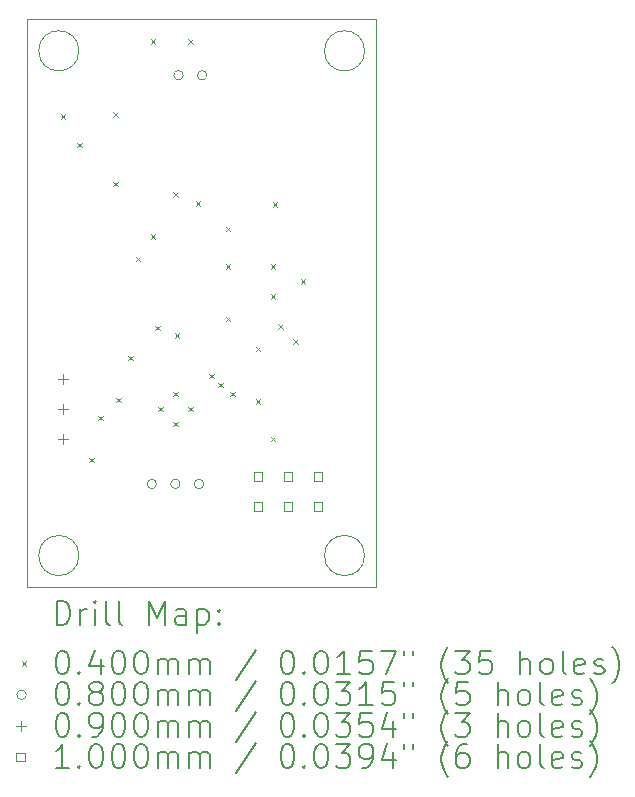
<source format=gbr>
%FSLAX45Y45*%
G04 Gerber Fmt 4.5, Leading zero omitted, Abs format (unit mm)*
G04 Created by KiCad (PCBNEW (6.0.2)) date 2022-09-22 18:34:34*
%MOMM*%
%LPD*%
G01*
G04 APERTURE LIST*
%TA.AperFunction,Profile*%
%ADD10C,0.100000*%
%TD*%
%ADD11C,0.200000*%
%ADD12C,0.040000*%
%ADD13C,0.080000*%
%ADD14C,0.090000*%
%ADD15C,0.100000*%
G04 APERTURE END LIST*
D10*
X14809800Y-12544300D02*
G75*
G03*
X14809800Y-12544300I-170000J0D01*
G01*
X12390700Y-12544300D02*
G75*
G03*
X12390700Y-12544300I-170000J0D01*
G01*
X14809800Y-8271000D02*
G75*
G03*
X14809800Y-8271000I-170000J0D01*
G01*
X11950700Y-8001000D02*
X14909800Y-8001000D01*
X14909800Y-8001000D02*
X14909800Y-12814300D01*
X14909800Y-12814300D02*
X11950700Y-12814300D01*
X11950700Y-12814300D02*
X11950700Y-8001000D01*
X12390700Y-8271000D02*
G75*
G03*
X12390700Y-8271000I-170000J0D01*
G01*
D11*
D12*
X12235500Y-8806500D02*
X12275500Y-8846500D01*
X12275500Y-8806500D02*
X12235500Y-8846500D01*
X12375200Y-9047800D02*
X12415200Y-9087800D01*
X12415200Y-9047800D02*
X12375200Y-9087800D01*
X12476800Y-11714800D02*
X12516800Y-11754800D01*
X12516800Y-11714800D02*
X12476800Y-11754800D01*
X12553000Y-11359200D02*
X12593000Y-11399200D01*
X12593000Y-11359200D02*
X12553000Y-11399200D01*
X12680000Y-8787798D02*
X12720000Y-8827798D01*
X12720000Y-8787798D02*
X12680000Y-8827798D01*
X12680000Y-9378000D02*
X12720000Y-9418000D01*
X12720000Y-9378000D02*
X12680000Y-9418000D01*
X12705400Y-11206800D02*
X12745400Y-11246800D01*
X12745400Y-11206800D02*
X12705400Y-11246800D01*
X12807000Y-10851200D02*
X12847000Y-10891200D01*
X12847000Y-10851200D02*
X12807000Y-10891200D01*
X12870500Y-10013000D02*
X12910500Y-10053000D01*
X12910500Y-10013000D02*
X12870500Y-10053000D01*
X12997500Y-8171500D02*
X13037500Y-8211500D01*
X13037500Y-8171500D02*
X12997500Y-8211500D01*
X12997500Y-9822500D02*
X13037500Y-9862500D01*
X13037500Y-9822500D02*
X12997500Y-9862500D01*
X13035600Y-10597200D02*
X13075600Y-10637200D01*
X13075600Y-10597200D02*
X13035600Y-10637200D01*
X13061000Y-11283000D02*
X13101000Y-11323000D01*
X13101000Y-11283000D02*
X13061000Y-11323000D01*
X13188000Y-11156000D02*
X13228000Y-11196000D01*
X13228000Y-11156000D02*
X13188000Y-11196000D01*
X13188000Y-11410000D02*
X13228000Y-11450000D01*
X13228000Y-11410000D02*
X13188000Y-11450000D01*
X13190651Y-9467999D02*
X13230651Y-9507999D01*
X13230651Y-9467999D02*
X13190651Y-9507999D01*
X13201652Y-10660791D02*
X13241652Y-10700791D01*
X13241652Y-10660791D02*
X13201652Y-10700791D01*
X13315000Y-8171500D02*
X13355000Y-8211500D01*
X13355000Y-8171500D02*
X13315000Y-8211500D01*
X13315000Y-11283000D02*
X13355000Y-11323000D01*
X13355000Y-11283000D02*
X13315000Y-11323000D01*
X13378846Y-9543100D02*
X13418846Y-9583100D01*
X13418846Y-9543100D02*
X13378846Y-9583100D01*
X13492800Y-11003600D02*
X13532800Y-11043600D01*
X13532800Y-11003600D02*
X13492800Y-11043600D01*
X13569000Y-11079800D02*
X13609000Y-11119800D01*
X13609000Y-11079800D02*
X13569000Y-11119800D01*
X13632500Y-10076500D02*
X13672500Y-10116500D01*
X13672500Y-10076500D02*
X13632500Y-10116500D01*
X13632500Y-10521000D02*
X13672500Y-10561000D01*
X13672500Y-10521000D02*
X13632500Y-10561000D01*
X13632548Y-9758952D02*
X13672548Y-9798952D01*
X13672548Y-9758952D02*
X13632548Y-9798952D01*
X13670600Y-11156000D02*
X13710600Y-11196000D01*
X13710600Y-11156000D02*
X13670600Y-11196000D01*
X13886500Y-10775000D02*
X13926500Y-10815000D01*
X13926500Y-10775000D02*
X13886500Y-10815000D01*
X13886500Y-11219500D02*
X13926500Y-11259500D01*
X13926500Y-11219500D02*
X13886500Y-11259500D01*
X14013500Y-10076500D02*
X14053500Y-10116500D01*
X14053500Y-10076500D02*
X14013500Y-10116500D01*
X14013500Y-10330500D02*
X14053500Y-10370500D01*
X14053500Y-10330500D02*
X14013500Y-10370500D01*
X14013500Y-11537000D02*
X14053500Y-11577000D01*
X14053500Y-11537000D02*
X14013500Y-11577000D01*
X14031875Y-9550125D02*
X14071875Y-9590125D01*
X14071875Y-9550125D02*
X14031875Y-9590125D01*
X14077000Y-10584500D02*
X14117000Y-10624500D01*
X14117000Y-10584500D02*
X14077000Y-10624500D01*
X14204000Y-10711500D02*
X14244000Y-10751500D01*
X14244000Y-10711500D02*
X14204000Y-10751500D01*
X14267500Y-10203500D02*
X14307500Y-10243500D01*
X14307500Y-10203500D02*
X14267500Y-10243500D01*
D13*
X13048000Y-11938000D02*
G75*
G03*
X13048000Y-11938000I-40000J0D01*
G01*
X13248000Y-11938000D02*
G75*
G03*
X13248000Y-11938000I-40000J0D01*
G01*
X13275000Y-8478250D02*
G75*
G03*
X13275000Y-8478250I-40000J0D01*
G01*
X13448000Y-11938000D02*
G75*
G03*
X13448000Y-11938000I-40000J0D01*
G01*
X13475000Y-8478250D02*
G75*
G03*
X13475000Y-8478250I-40000J0D01*
G01*
D14*
X12255500Y-11004000D02*
X12255500Y-11094000D01*
X12210500Y-11049000D02*
X12300500Y-11049000D01*
X12255500Y-11258000D02*
X12255500Y-11348000D01*
X12210500Y-11303000D02*
X12300500Y-11303000D01*
X12255500Y-11512000D02*
X12255500Y-11602000D01*
X12210500Y-11557000D02*
X12300500Y-11557000D01*
D15*
X13940356Y-11909356D02*
X13940356Y-11838644D01*
X13869644Y-11838644D01*
X13869644Y-11909356D01*
X13940356Y-11909356D01*
X13940356Y-12163356D02*
X13940356Y-12092644D01*
X13869644Y-12092644D01*
X13869644Y-12163356D01*
X13940356Y-12163356D01*
X14194356Y-11909356D02*
X14194356Y-11838644D01*
X14123644Y-11838644D01*
X14123644Y-11909356D01*
X14194356Y-11909356D01*
X14194356Y-12163356D02*
X14194356Y-12092644D01*
X14123644Y-12092644D01*
X14123644Y-12163356D01*
X14194356Y-12163356D01*
X14448356Y-11909356D02*
X14448356Y-11838644D01*
X14377644Y-11838644D01*
X14377644Y-11909356D01*
X14448356Y-11909356D01*
X14448356Y-12163356D02*
X14448356Y-12092644D01*
X14377644Y-12092644D01*
X14377644Y-12163356D01*
X14448356Y-12163356D01*
D11*
X12203319Y-13129776D02*
X12203319Y-12929776D01*
X12250938Y-12929776D01*
X12279509Y-12939300D01*
X12298557Y-12958348D01*
X12308081Y-12977395D01*
X12317605Y-13015490D01*
X12317605Y-13044062D01*
X12308081Y-13082157D01*
X12298557Y-13101205D01*
X12279509Y-13120252D01*
X12250938Y-13129776D01*
X12203319Y-13129776D01*
X12403319Y-13129776D02*
X12403319Y-12996443D01*
X12403319Y-13034538D02*
X12412843Y-13015490D01*
X12422367Y-13005967D01*
X12441414Y-12996443D01*
X12460462Y-12996443D01*
X12527128Y-13129776D02*
X12527128Y-12996443D01*
X12527128Y-12929776D02*
X12517605Y-12939300D01*
X12527128Y-12948824D01*
X12536652Y-12939300D01*
X12527128Y-12929776D01*
X12527128Y-12948824D01*
X12650938Y-13129776D02*
X12631890Y-13120252D01*
X12622367Y-13101205D01*
X12622367Y-12929776D01*
X12755700Y-13129776D02*
X12736652Y-13120252D01*
X12727128Y-13101205D01*
X12727128Y-12929776D01*
X12984271Y-13129776D02*
X12984271Y-12929776D01*
X13050938Y-13072633D01*
X13117605Y-12929776D01*
X13117605Y-13129776D01*
X13298557Y-13129776D02*
X13298557Y-13025014D01*
X13289033Y-13005967D01*
X13269986Y-12996443D01*
X13231890Y-12996443D01*
X13212843Y-13005967D01*
X13298557Y-13120252D02*
X13279509Y-13129776D01*
X13231890Y-13129776D01*
X13212843Y-13120252D01*
X13203319Y-13101205D01*
X13203319Y-13082157D01*
X13212843Y-13063109D01*
X13231890Y-13053586D01*
X13279509Y-13053586D01*
X13298557Y-13044062D01*
X13393795Y-12996443D02*
X13393795Y-13196443D01*
X13393795Y-13005967D02*
X13412843Y-12996443D01*
X13450938Y-12996443D01*
X13469986Y-13005967D01*
X13479509Y-13015490D01*
X13489033Y-13034538D01*
X13489033Y-13091681D01*
X13479509Y-13110728D01*
X13469986Y-13120252D01*
X13450938Y-13129776D01*
X13412843Y-13129776D01*
X13393795Y-13120252D01*
X13574748Y-13110728D02*
X13584271Y-13120252D01*
X13574748Y-13129776D01*
X13565224Y-13120252D01*
X13574748Y-13110728D01*
X13574748Y-13129776D01*
X13574748Y-13005967D02*
X13584271Y-13015490D01*
X13574748Y-13025014D01*
X13565224Y-13015490D01*
X13574748Y-13005967D01*
X13574748Y-13025014D01*
D12*
X11905700Y-13439300D02*
X11945700Y-13479300D01*
X11945700Y-13439300D02*
X11905700Y-13479300D01*
D11*
X12241414Y-13349776D02*
X12260462Y-13349776D01*
X12279509Y-13359300D01*
X12289033Y-13368824D01*
X12298557Y-13387871D01*
X12308081Y-13425967D01*
X12308081Y-13473586D01*
X12298557Y-13511681D01*
X12289033Y-13530728D01*
X12279509Y-13540252D01*
X12260462Y-13549776D01*
X12241414Y-13549776D01*
X12222367Y-13540252D01*
X12212843Y-13530728D01*
X12203319Y-13511681D01*
X12193795Y-13473586D01*
X12193795Y-13425967D01*
X12203319Y-13387871D01*
X12212843Y-13368824D01*
X12222367Y-13359300D01*
X12241414Y-13349776D01*
X12393795Y-13530728D02*
X12403319Y-13540252D01*
X12393795Y-13549776D01*
X12384271Y-13540252D01*
X12393795Y-13530728D01*
X12393795Y-13549776D01*
X12574748Y-13416443D02*
X12574748Y-13549776D01*
X12527128Y-13340252D02*
X12479509Y-13483109D01*
X12603319Y-13483109D01*
X12717605Y-13349776D02*
X12736652Y-13349776D01*
X12755700Y-13359300D01*
X12765224Y-13368824D01*
X12774748Y-13387871D01*
X12784271Y-13425967D01*
X12784271Y-13473586D01*
X12774748Y-13511681D01*
X12765224Y-13530728D01*
X12755700Y-13540252D01*
X12736652Y-13549776D01*
X12717605Y-13549776D01*
X12698557Y-13540252D01*
X12689033Y-13530728D01*
X12679509Y-13511681D01*
X12669986Y-13473586D01*
X12669986Y-13425967D01*
X12679509Y-13387871D01*
X12689033Y-13368824D01*
X12698557Y-13359300D01*
X12717605Y-13349776D01*
X12908081Y-13349776D02*
X12927128Y-13349776D01*
X12946176Y-13359300D01*
X12955700Y-13368824D01*
X12965224Y-13387871D01*
X12974748Y-13425967D01*
X12974748Y-13473586D01*
X12965224Y-13511681D01*
X12955700Y-13530728D01*
X12946176Y-13540252D01*
X12927128Y-13549776D01*
X12908081Y-13549776D01*
X12889033Y-13540252D01*
X12879509Y-13530728D01*
X12869986Y-13511681D01*
X12860462Y-13473586D01*
X12860462Y-13425967D01*
X12869986Y-13387871D01*
X12879509Y-13368824D01*
X12889033Y-13359300D01*
X12908081Y-13349776D01*
X13060462Y-13549776D02*
X13060462Y-13416443D01*
X13060462Y-13435490D02*
X13069986Y-13425967D01*
X13089033Y-13416443D01*
X13117605Y-13416443D01*
X13136652Y-13425967D01*
X13146176Y-13445014D01*
X13146176Y-13549776D01*
X13146176Y-13445014D02*
X13155700Y-13425967D01*
X13174748Y-13416443D01*
X13203319Y-13416443D01*
X13222367Y-13425967D01*
X13231890Y-13445014D01*
X13231890Y-13549776D01*
X13327128Y-13549776D02*
X13327128Y-13416443D01*
X13327128Y-13435490D02*
X13336652Y-13425967D01*
X13355700Y-13416443D01*
X13384271Y-13416443D01*
X13403319Y-13425967D01*
X13412843Y-13445014D01*
X13412843Y-13549776D01*
X13412843Y-13445014D02*
X13422367Y-13425967D01*
X13441414Y-13416443D01*
X13469986Y-13416443D01*
X13489033Y-13425967D01*
X13498557Y-13445014D01*
X13498557Y-13549776D01*
X13889033Y-13340252D02*
X13717605Y-13597395D01*
X14146176Y-13349776D02*
X14165224Y-13349776D01*
X14184271Y-13359300D01*
X14193795Y-13368824D01*
X14203319Y-13387871D01*
X14212843Y-13425967D01*
X14212843Y-13473586D01*
X14203319Y-13511681D01*
X14193795Y-13530728D01*
X14184271Y-13540252D01*
X14165224Y-13549776D01*
X14146176Y-13549776D01*
X14127128Y-13540252D01*
X14117605Y-13530728D01*
X14108081Y-13511681D01*
X14098557Y-13473586D01*
X14098557Y-13425967D01*
X14108081Y-13387871D01*
X14117605Y-13368824D01*
X14127128Y-13359300D01*
X14146176Y-13349776D01*
X14298557Y-13530728D02*
X14308081Y-13540252D01*
X14298557Y-13549776D01*
X14289033Y-13540252D01*
X14298557Y-13530728D01*
X14298557Y-13549776D01*
X14431890Y-13349776D02*
X14450938Y-13349776D01*
X14469986Y-13359300D01*
X14479509Y-13368824D01*
X14489033Y-13387871D01*
X14498557Y-13425967D01*
X14498557Y-13473586D01*
X14489033Y-13511681D01*
X14479509Y-13530728D01*
X14469986Y-13540252D01*
X14450938Y-13549776D01*
X14431890Y-13549776D01*
X14412843Y-13540252D01*
X14403319Y-13530728D01*
X14393795Y-13511681D01*
X14384271Y-13473586D01*
X14384271Y-13425967D01*
X14393795Y-13387871D01*
X14403319Y-13368824D01*
X14412843Y-13359300D01*
X14431890Y-13349776D01*
X14689033Y-13549776D02*
X14574748Y-13549776D01*
X14631890Y-13549776D02*
X14631890Y-13349776D01*
X14612843Y-13378348D01*
X14593795Y-13397395D01*
X14574748Y-13406919D01*
X14869986Y-13349776D02*
X14774748Y-13349776D01*
X14765224Y-13445014D01*
X14774748Y-13435490D01*
X14793795Y-13425967D01*
X14841414Y-13425967D01*
X14860462Y-13435490D01*
X14869986Y-13445014D01*
X14879509Y-13464062D01*
X14879509Y-13511681D01*
X14869986Y-13530728D01*
X14860462Y-13540252D01*
X14841414Y-13549776D01*
X14793795Y-13549776D01*
X14774748Y-13540252D01*
X14765224Y-13530728D01*
X14946176Y-13349776D02*
X15079509Y-13349776D01*
X14993795Y-13549776D01*
X15146176Y-13349776D02*
X15146176Y-13387871D01*
X15222367Y-13349776D02*
X15222367Y-13387871D01*
X15517605Y-13625967D02*
X15508081Y-13616443D01*
X15489033Y-13587871D01*
X15479509Y-13568824D01*
X15469986Y-13540252D01*
X15460462Y-13492633D01*
X15460462Y-13454538D01*
X15469986Y-13406919D01*
X15479509Y-13378348D01*
X15489033Y-13359300D01*
X15508081Y-13330728D01*
X15517605Y-13321205D01*
X15574748Y-13349776D02*
X15698557Y-13349776D01*
X15631890Y-13425967D01*
X15660462Y-13425967D01*
X15679509Y-13435490D01*
X15689033Y-13445014D01*
X15698557Y-13464062D01*
X15698557Y-13511681D01*
X15689033Y-13530728D01*
X15679509Y-13540252D01*
X15660462Y-13549776D01*
X15603319Y-13549776D01*
X15584271Y-13540252D01*
X15574748Y-13530728D01*
X15879509Y-13349776D02*
X15784271Y-13349776D01*
X15774748Y-13445014D01*
X15784271Y-13435490D01*
X15803319Y-13425967D01*
X15850938Y-13425967D01*
X15869986Y-13435490D01*
X15879509Y-13445014D01*
X15889033Y-13464062D01*
X15889033Y-13511681D01*
X15879509Y-13530728D01*
X15869986Y-13540252D01*
X15850938Y-13549776D01*
X15803319Y-13549776D01*
X15784271Y-13540252D01*
X15774748Y-13530728D01*
X16127128Y-13549776D02*
X16127128Y-13349776D01*
X16212843Y-13549776D02*
X16212843Y-13445014D01*
X16203319Y-13425967D01*
X16184271Y-13416443D01*
X16155700Y-13416443D01*
X16136652Y-13425967D01*
X16127128Y-13435490D01*
X16336652Y-13549776D02*
X16317605Y-13540252D01*
X16308081Y-13530728D01*
X16298557Y-13511681D01*
X16298557Y-13454538D01*
X16308081Y-13435490D01*
X16317605Y-13425967D01*
X16336652Y-13416443D01*
X16365224Y-13416443D01*
X16384271Y-13425967D01*
X16393795Y-13435490D01*
X16403319Y-13454538D01*
X16403319Y-13511681D01*
X16393795Y-13530728D01*
X16384271Y-13540252D01*
X16365224Y-13549776D01*
X16336652Y-13549776D01*
X16517605Y-13549776D02*
X16498557Y-13540252D01*
X16489033Y-13521205D01*
X16489033Y-13349776D01*
X16669986Y-13540252D02*
X16650938Y-13549776D01*
X16612843Y-13549776D01*
X16593795Y-13540252D01*
X16584271Y-13521205D01*
X16584271Y-13445014D01*
X16593795Y-13425967D01*
X16612843Y-13416443D01*
X16650938Y-13416443D01*
X16669986Y-13425967D01*
X16679509Y-13445014D01*
X16679509Y-13464062D01*
X16584271Y-13483109D01*
X16755700Y-13540252D02*
X16774748Y-13549776D01*
X16812843Y-13549776D01*
X16831890Y-13540252D01*
X16841414Y-13521205D01*
X16841414Y-13511681D01*
X16831890Y-13492633D01*
X16812843Y-13483109D01*
X16784271Y-13483109D01*
X16765224Y-13473586D01*
X16755700Y-13454538D01*
X16755700Y-13445014D01*
X16765224Y-13425967D01*
X16784271Y-13416443D01*
X16812843Y-13416443D01*
X16831890Y-13425967D01*
X16908081Y-13625967D02*
X16917605Y-13616443D01*
X16936652Y-13587871D01*
X16946176Y-13568824D01*
X16955700Y-13540252D01*
X16965224Y-13492633D01*
X16965224Y-13454538D01*
X16955700Y-13406919D01*
X16946176Y-13378348D01*
X16936652Y-13359300D01*
X16917605Y-13330728D01*
X16908081Y-13321205D01*
D13*
X11945700Y-13723300D02*
G75*
G03*
X11945700Y-13723300I-40000J0D01*
G01*
D11*
X12241414Y-13613776D02*
X12260462Y-13613776D01*
X12279509Y-13623300D01*
X12289033Y-13632824D01*
X12298557Y-13651871D01*
X12308081Y-13689967D01*
X12308081Y-13737586D01*
X12298557Y-13775681D01*
X12289033Y-13794728D01*
X12279509Y-13804252D01*
X12260462Y-13813776D01*
X12241414Y-13813776D01*
X12222367Y-13804252D01*
X12212843Y-13794728D01*
X12203319Y-13775681D01*
X12193795Y-13737586D01*
X12193795Y-13689967D01*
X12203319Y-13651871D01*
X12212843Y-13632824D01*
X12222367Y-13623300D01*
X12241414Y-13613776D01*
X12393795Y-13794728D02*
X12403319Y-13804252D01*
X12393795Y-13813776D01*
X12384271Y-13804252D01*
X12393795Y-13794728D01*
X12393795Y-13813776D01*
X12517605Y-13699490D02*
X12498557Y-13689967D01*
X12489033Y-13680443D01*
X12479509Y-13661395D01*
X12479509Y-13651871D01*
X12489033Y-13632824D01*
X12498557Y-13623300D01*
X12517605Y-13613776D01*
X12555700Y-13613776D01*
X12574748Y-13623300D01*
X12584271Y-13632824D01*
X12593795Y-13651871D01*
X12593795Y-13661395D01*
X12584271Y-13680443D01*
X12574748Y-13689967D01*
X12555700Y-13699490D01*
X12517605Y-13699490D01*
X12498557Y-13709014D01*
X12489033Y-13718538D01*
X12479509Y-13737586D01*
X12479509Y-13775681D01*
X12489033Y-13794728D01*
X12498557Y-13804252D01*
X12517605Y-13813776D01*
X12555700Y-13813776D01*
X12574748Y-13804252D01*
X12584271Y-13794728D01*
X12593795Y-13775681D01*
X12593795Y-13737586D01*
X12584271Y-13718538D01*
X12574748Y-13709014D01*
X12555700Y-13699490D01*
X12717605Y-13613776D02*
X12736652Y-13613776D01*
X12755700Y-13623300D01*
X12765224Y-13632824D01*
X12774748Y-13651871D01*
X12784271Y-13689967D01*
X12784271Y-13737586D01*
X12774748Y-13775681D01*
X12765224Y-13794728D01*
X12755700Y-13804252D01*
X12736652Y-13813776D01*
X12717605Y-13813776D01*
X12698557Y-13804252D01*
X12689033Y-13794728D01*
X12679509Y-13775681D01*
X12669986Y-13737586D01*
X12669986Y-13689967D01*
X12679509Y-13651871D01*
X12689033Y-13632824D01*
X12698557Y-13623300D01*
X12717605Y-13613776D01*
X12908081Y-13613776D02*
X12927128Y-13613776D01*
X12946176Y-13623300D01*
X12955700Y-13632824D01*
X12965224Y-13651871D01*
X12974748Y-13689967D01*
X12974748Y-13737586D01*
X12965224Y-13775681D01*
X12955700Y-13794728D01*
X12946176Y-13804252D01*
X12927128Y-13813776D01*
X12908081Y-13813776D01*
X12889033Y-13804252D01*
X12879509Y-13794728D01*
X12869986Y-13775681D01*
X12860462Y-13737586D01*
X12860462Y-13689967D01*
X12869986Y-13651871D01*
X12879509Y-13632824D01*
X12889033Y-13623300D01*
X12908081Y-13613776D01*
X13060462Y-13813776D02*
X13060462Y-13680443D01*
X13060462Y-13699490D02*
X13069986Y-13689967D01*
X13089033Y-13680443D01*
X13117605Y-13680443D01*
X13136652Y-13689967D01*
X13146176Y-13709014D01*
X13146176Y-13813776D01*
X13146176Y-13709014D02*
X13155700Y-13689967D01*
X13174748Y-13680443D01*
X13203319Y-13680443D01*
X13222367Y-13689967D01*
X13231890Y-13709014D01*
X13231890Y-13813776D01*
X13327128Y-13813776D02*
X13327128Y-13680443D01*
X13327128Y-13699490D02*
X13336652Y-13689967D01*
X13355700Y-13680443D01*
X13384271Y-13680443D01*
X13403319Y-13689967D01*
X13412843Y-13709014D01*
X13412843Y-13813776D01*
X13412843Y-13709014D02*
X13422367Y-13689967D01*
X13441414Y-13680443D01*
X13469986Y-13680443D01*
X13489033Y-13689967D01*
X13498557Y-13709014D01*
X13498557Y-13813776D01*
X13889033Y-13604252D02*
X13717605Y-13861395D01*
X14146176Y-13613776D02*
X14165224Y-13613776D01*
X14184271Y-13623300D01*
X14193795Y-13632824D01*
X14203319Y-13651871D01*
X14212843Y-13689967D01*
X14212843Y-13737586D01*
X14203319Y-13775681D01*
X14193795Y-13794728D01*
X14184271Y-13804252D01*
X14165224Y-13813776D01*
X14146176Y-13813776D01*
X14127128Y-13804252D01*
X14117605Y-13794728D01*
X14108081Y-13775681D01*
X14098557Y-13737586D01*
X14098557Y-13689967D01*
X14108081Y-13651871D01*
X14117605Y-13632824D01*
X14127128Y-13623300D01*
X14146176Y-13613776D01*
X14298557Y-13794728D02*
X14308081Y-13804252D01*
X14298557Y-13813776D01*
X14289033Y-13804252D01*
X14298557Y-13794728D01*
X14298557Y-13813776D01*
X14431890Y-13613776D02*
X14450938Y-13613776D01*
X14469986Y-13623300D01*
X14479509Y-13632824D01*
X14489033Y-13651871D01*
X14498557Y-13689967D01*
X14498557Y-13737586D01*
X14489033Y-13775681D01*
X14479509Y-13794728D01*
X14469986Y-13804252D01*
X14450938Y-13813776D01*
X14431890Y-13813776D01*
X14412843Y-13804252D01*
X14403319Y-13794728D01*
X14393795Y-13775681D01*
X14384271Y-13737586D01*
X14384271Y-13689967D01*
X14393795Y-13651871D01*
X14403319Y-13632824D01*
X14412843Y-13623300D01*
X14431890Y-13613776D01*
X14565224Y-13613776D02*
X14689033Y-13613776D01*
X14622367Y-13689967D01*
X14650938Y-13689967D01*
X14669986Y-13699490D01*
X14679509Y-13709014D01*
X14689033Y-13728062D01*
X14689033Y-13775681D01*
X14679509Y-13794728D01*
X14669986Y-13804252D01*
X14650938Y-13813776D01*
X14593795Y-13813776D01*
X14574748Y-13804252D01*
X14565224Y-13794728D01*
X14879509Y-13813776D02*
X14765224Y-13813776D01*
X14822367Y-13813776D02*
X14822367Y-13613776D01*
X14803319Y-13642348D01*
X14784271Y-13661395D01*
X14765224Y-13670919D01*
X15060462Y-13613776D02*
X14965224Y-13613776D01*
X14955700Y-13709014D01*
X14965224Y-13699490D01*
X14984271Y-13689967D01*
X15031890Y-13689967D01*
X15050938Y-13699490D01*
X15060462Y-13709014D01*
X15069986Y-13728062D01*
X15069986Y-13775681D01*
X15060462Y-13794728D01*
X15050938Y-13804252D01*
X15031890Y-13813776D01*
X14984271Y-13813776D01*
X14965224Y-13804252D01*
X14955700Y-13794728D01*
X15146176Y-13613776D02*
X15146176Y-13651871D01*
X15222367Y-13613776D02*
X15222367Y-13651871D01*
X15517605Y-13889967D02*
X15508081Y-13880443D01*
X15489033Y-13851871D01*
X15479509Y-13832824D01*
X15469986Y-13804252D01*
X15460462Y-13756633D01*
X15460462Y-13718538D01*
X15469986Y-13670919D01*
X15479509Y-13642348D01*
X15489033Y-13623300D01*
X15508081Y-13594728D01*
X15517605Y-13585205D01*
X15689033Y-13613776D02*
X15593795Y-13613776D01*
X15584271Y-13709014D01*
X15593795Y-13699490D01*
X15612843Y-13689967D01*
X15660462Y-13689967D01*
X15679509Y-13699490D01*
X15689033Y-13709014D01*
X15698557Y-13728062D01*
X15698557Y-13775681D01*
X15689033Y-13794728D01*
X15679509Y-13804252D01*
X15660462Y-13813776D01*
X15612843Y-13813776D01*
X15593795Y-13804252D01*
X15584271Y-13794728D01*
X15936652Y-13813776D02*
X15936652Y-13613776D01*
X16022367Y-13813776D02*
X16022367Y-13709014D01*
X16012843Y-13689967D01*
X15993795Y-13680443D01*
X15965224Y-13680443D01*
X15946176Y-13689967D01*
X15936652Y-13699490D01*
X16146176Y-13813776D02*
X16127128Y-13804252D01*
X16117605Y-13794728D01*
X16108081Y-13775681D01*
X16108081Y-13718538D01*
X16117605Y-13699490D01*
X16127128Y-13689967D01*
X16146176Y-13680443D01*
X16174748Y-13680443D01*
X16193795Y-13689967D01*
X16203319Y-13699490D01*
X16212843Y-13718538D01*
X16212843Y-13775681D01*
X16203319Y-13794728D01*
X16193795Y-13804252D01*
X16174748Y-13813776D01*
X16146176Y-13813776D01*
X16327128Y-13813776D02*
X16308081Y-13804252D01*
X16298557Y-13785205D01*
X16298557Y-13613776D01*
X16479509Y-13804252D02*
X16460462Y-13813776D01*
X16422367Y-13813776D01*
X16403319Y-13804252D01*
X16393795Y-13785205D01*
X16393795Y-13709014D01*
X16403319Y-13689967D01*
X16422367Y-13680443D01*
X16460462Y-13680443D01*
X16479509Y-13689967D01*
X16489033Y-13709014D01*
X16489033Y-13728062D01*
X16393795Y-13747109D01*
X16565224Y-13804252D02*
X16584271Y-13813776D01*
X16622367Y-13813776D01*
X16641414Y-13804252D01*
X16650938Y-13785205D01*
X16650938Y-13775681D01*
X16641414Y-13756633D01*
X16622367Y-13747109D01*
X16593795Y-13747109D01*
X16574748Y-13737586D01*
X16565224Y-13718538D01*
X16565224Y-13709014D01*
X16574748Y-13689967D01*
X16593795Y-13680443D01*
X16622367Y-13680443D01*
X16641414Y-13689967D01*
X16717605Y-13889967D02*
X16727128Y-13880443D01*
X16746176Y-13851871D01*
X16755700Y-13832824D01*
X16765224Y-13804252D01*
X16774748Y-13756633D01*
X16774748Y-13718538D01*
X16765224Y-13670919D01*
X16755700Y-13642348D01*
X16746176Y-13623300D01*
X16727128Y-13594728D01*
X16717605Y-13585205D01*
D14*
X11900700Y-13942300D02*
X11900700Y-14032300D01*
X11855700Y-13987300D02*
X11945700Y-13987300D01*
D11*
X12241414Y-13877776D02*
X12260462Y-13877776D01*
X12279509Y-13887300D01*
X12289033Y-13896824D01*
X12298557Y-13915871D01*
X12308081Y-13953967D01*
X12308081Y-14001586D01*
X12298557Y-14039681D01*
X12289033Y-14058728D01*
X12279509Y-14068252D01*
X12260462Y-14077776D01*
X12241414Y-14077776D01*
X12222367Y-14068252D01*
X12212843Y-14058728D01*
X12203319Y-14039681D01*
X12193795Y-14001586D01*
X12193795Y-13953967D01*
X12203319Y-13915871D01*
X12212843Y-13896824D01*
X12222367Y-13887300D01*
X12241414Y-13877776D01*
X12393795Y-14058728D02*
X12403319Y-14068252D01*
X12393795Y-14077776D01*
X12384271Y-14068252D01*
X12393795Y-14058728D01*
X12393795Y-14077776D01*
X12498557Y-14077776D02*
X12536652Y-14077776D01*
X12555700Y-14068252D01*
X12565224Y-14058728D01*
X12584271Y-14030157D01*
X12593795Y-13992062D01*
X12593795Y-13915871D01*
X12584271Y-13896824D01*
X12574748Y-13887300D01*
X12555700Y-13877776D01*
X12517605Y-13877776D01*
X12498557Y-13887300D01*
X12489033Y-13896824D01*
X12479509Y-13915871D01*
X12479509Y-13963490D01*
X12489033Y-13982538D01*
X12498557Y-13992062D01*
X12517605Y-14001586D01*
X12555700Y-14001586D01*
X12574748Y-13992062D01*
X12584271Y-13982538D01*
X12593795Y-13963490D01*
X12717605Y-13877776D02*
X12736652Y-13877776D01*
X12755700Y-13887300D01*
X12765224Y-13896824D01*
X12774748Y-13915871D01*
X12784271Y-13953967D01*
X12784271Y-14001586D01*
X12774748Y-14039681D01*
X12765224Y-14058728D01*
X12755700Y-14068252D01*
X12736652Y-14077776D01*
X12717605Y-14077776D01*
X12698557Y-14068252D01*
X12689033Y-14058728D01*
X12679509Y-14039681D01*
X12669986Y-14001586D01*
X12669986Y-13953967D01*
X12679509Y-13915871D01*
X12689033Y-13896824D01*
X12698557Y-13887300D01*
X12717605Y-13877776D01*
X12908081Y-13877776D02*
X12927128Y-13877776D01*
X12946176Y-13887300D01*
X12955700Y-13896824D01*
X12965224Y-13915871D01*
X12974748Y-13953967D01*
X12974748Y-14001586D01*
X12965224Y-14039681D01*
X12955700Y-14058728D01*
X12946176Y-14068252D01*
X12927128Y-14077776D01*
X12908081Y-14077776D01*
X12889033Y-14068252D01*
X12879509Y-14058728D01*
X12869986Y-14039681D01*
X12860462Y-14001586D01*
X12860462Y-13953967D01*
X12869986Y-13915871D01*
X12879509Y-13896824D01*
X12889033Y-13887300D01*
X12908081Y-13877776D01*
X13060462Y-14077776D02*
X13060462Y-13944443D01*
X13060462Y-13963490D02*
X13069986Y-13953967D01*
X13089033Y-13944443D01*
X13117605Y-13944443D01*
X13136652Y-13953967D01*
X13146176Y-13973014D01*
X13146176Y-14077776D01*
X13146176Y-13973014D02*
X13155700Y-13953967D01*
X13174748Y-13944443D01*
X13203319Y-13944443D01*
X13222367Y-13953967D01*
X13231890Y-13973014D01*
X13231890Y-14077776D01*
X13327128Y-14077776D02*
X13327128Y-13944443D01*
X13327128Y-13963490D02*
X13336652Y-13953967D01*
X13355700Y-13944443D01*
X13384271Y-13944443D01*
X13403319Y-13953967D01*
X13412843Y-13973014D01*
X13412843Y-14077776D01*
X13412843Y-13973014D02*
X13422367Y-13953967D01*
X13441414Y-13944443D01*
X13469986Y-13944443D01*
X13489033Y-13953967D01*
X13498557Y-13973014D01*
X13498557Y-14077776D01*
X13889033Y-13868252D02*
X13717605Y-14125395D01*
X14146176Y-13877776D02*
X14165224Y-13877776D01*
X14184271Y-13887300D01*
X14193795Y-13896824D01*
X14203319Y-13915871D01*
X14212843Y-13953967D01*
X14212843Y-14001586D01*
X14203319Y-14039681D01*
X14193795Y-14058728D01*
X14184271Y-14068252D01*
X14165224Y-14077776D01*
X14146176Y-14077776D01*
X14127128Y-14068252D01*
X14117605Y-14058728D01*
X14108081Y-14039681D01*
X14098557Y-14001586D01*
X14098557Y-13953967D01*
X14108081Y-13915871D01*
X14117605Y-13896824D01*
X14127128Y-13887300D01*
X14146176Y-13877776D01*
X14298557Y-14058728D02*
X14308081Y-14068252D01*
X14298557Y-14077776D01*
X14289033Y-14068252D01*
X14298557Y-14058728D01*
X14298557Y-14077776D01*
X14431890Y-13877776D02*
X14450938Y-13877776D01*
X14469986Y-13887300D01*
X14479509Y-13896824D01*
X14489033Y-13915871D01*
X14498557Y-13953967D01*
X14498557Y-14001586D01*
X14489033Y-14039681D01*
X14479509Y-14058728D01*
X14469986Y-14068252D01*
X14450938Y-14077776D01*
X14431890Y-14077776D01*
X14412843Y-14068252D01*
X14403319Y-14058728D01*
X14393795Y-14039681D01*
X14384271Y-14001586D01*
X14384271Y-13953967D01*
X14393795Y-13915871D01*
X14403319Y-13896824D01*
X14412843Y-13887300D01*
X14431890Y-13877776D01*
X14565224Y-13877776D02*
X14689033Y-13877776D01*
X14622367Y-13953967D01*
X14650938Y-13953967D01*
X14669986Y-13963490D01*
X14679509Y-13973014D01*
X14689033Y-13992062D01*
X14689033Y-14039681D01*
X14679509Y-14058728D01*
X14669986Y-14068252D01*
X14650938Y-14077776D01*
X14593795Y-14077776D01*
X14574748Y-14068252D01*
X14565224Y-14058728D01*
X14869986Y-13877776D02*
X14774748Y-13877776D01*
X14765224Y-13973014D01*
X14774748Y-13963490D01*
X14793795Y-13953967D01*
X14841414Y-13953967D01*
X14860462Y-13963490D01*
X14869986Y-13973014D01*
X14879509Y-13992062D01*
X14879509Y-14039681D01*
X14869986Y-14058728D01*
X14860462Y-14068252D01*
X14841414Y-14077776D01*
X14793795Y-14077776D01*
X14774748Y-14068252D01*
X14765224Y-14058728D01*
X15050938Y-13944443D02*
X15050938Y-14077776D01*
X15003319Y-13868252D02*
X14955700Y-14011109D01*
X15079509Y-14011109D01*
X15146176Y-13877776D02*
X15146176Y-13915871D01*
X15222367Y-13877776D02*
X15222367Y-13915871D01*
X15517605Y-14153967D02*
X15508081Y-14144443D01*
X15489033Y-14115871D01*
X15479509Y-14096824D01*
X15469986Y-14068252D01*
X15460462Y-14020633D01*
X15460462Y-13982538D01*
X15469986Y-13934919D01*
X15479509Y-13906348D01*
X15489033Y-13887300D01*
X15508081Y-13858728D01*
X15517605Y-13849205D01*
X15574748Y-13877776D02*
X15698557Y-13877776D01*
X15631890Y-13953967D01*
X15660462Y-13953967D01*
X15679509Y-13963490D01*
X15689033Y-13973014D01*
X15698557Y-13992062D01*
X15698557Y-14039681D01*
X15689033Y-14058728D01*
X15679509Y-14068252D01*
X15660462Y-14077776D01*
X15603319Y-14077776D01*
X15584271Y-14068252D01*
X15574748Y-14058728D01*
X15936652Y-14077776D02*
X15936652Y-13877776D01*
X16022367Y-14077776D02*
X16022367Y-13973014D01*
X16012843Y-13953967D01*
X15993795Y-13944443D01*
X15965224Y-13944443D01*
X15946176Y-13953967D01*
X15936652Y-13963490D01*
X16146176Y-14077776D02*
X16127128Y-14068252D01*
X16117605Y-14058728D01*
X16108081Y-14039681D01*
X16108081Y-13982538D01*
X16117605Y-13963490D01*
X16127128Y-13953967D01*
X16146176Y-13944443D01*
X16174748Y-13944443D01*
X16193795Y-13953967D01*
X16203319Y-13963490D01*
X16212843Y-13982538D01*
X16212843Y-14039681D01*
X16203319Y-14058728D01*
X16193795Y-14068252D01*
X16174748Y-14077776D01*
X16146176Y-14077776D01*
X16327128Y-14077776D02*
X16308081Y-14068252D01*
X16298557Y-14049205D01*
X16298557Y-13877776D01*
X16479509Y-14068252D02*
X16460462Y-14077776D01*
X16422367Y-14077776D01*
X16403319Y-14068252D01*
X16393795Y-14049205D01*
X16393795Y-13973014D01*
X16403319Y-13953967D01*
X16422367Y-13944443D01*
X16460462Y-13944443D01*
X16479509Y-13953967D01*
X16489033Y-13973014D01*
X16489033Y-13992062D01*
X16393795Y-14011109D01*
X16565224Y-14068252D02*
X16584271Y-14077776D01*
X16622367Y-14077776D01*
X16641414Y-14068252D01*
X16650938Y-14049205D01*
X16650938Y-14039681D01*
X16641414Y-14020633D01*
X16622367Y-14011109D01*
X16593795Y-14011109D01*
X16574748Y-14001586D01*
X16565224Y-13982538D01*
X16565224Y-13973014D01*
X16574748Y-13953967D01*
X16593795Y-13944443D01*
X16622367Y-13944443D01*
X16641414Y-13953967D01*
X16717605Y-14153967D02*
X16727128Y-14144443D01*
X16746176Y-14115871D01*
X16755700Y-14096824D01*
X16765224Y-14068252D01*
X16774748Y-14020633D01*
X16774748Y-13982538D01*
X16765224Y-13934919D01*
X16755700Y-13906348D01*
X16746176Y-13887300D01*
X16727128Y-13858728D01*
X16717605Y-13849205D01*
D15*
X11931056Y-14286656D02*
X11931056Y-14215944D01*
X11860344Y-14215944D01*
X11860344Y-14286656D01*
X11931056Y-14286656D01*
D11*
X12308081Y-14341776D02*
X12193795Y-14341776D01*
X12250938Y-14341776D02*
X12250938Y-14141776D01*
X12231890Y-14170348D01*
X12212843Y-14189395D01*
X12193795Y-14198919D01*
X12393795Y-14322728D02*
X12403319Y-14332252D01*
X12393795Y-14341776D01*
X12384271Y-14332252D01*
X12393795Y-14322728D01*
X12393795Y-14341776D01*
X12527128Y-14141776D02*
X12546176Y-14141776D01*
X12565224Y-14151300D01*
X12574748Y-14160824D01*
X12584271Y-14179871D01*
X12593795Y-14217967D01*
X12593795Y-14265586D01*
X12584271Y-14303681D01*
X12574748Y-14322728D01*
X12565224Y-14332252D01*
X12546176Y-14341776D01*
X12527128Y-14341776D01*
X12508081Y-14332252D01*
X12498557Y-14322728D01*
X12489033Y-14303681D01*
X12479509Y-14265586D01*
X12479509Y-14217967D01*
X12489033Y-14179871D01*
X12498557Y-14160824D01*
X12508081Y-14151300D01*
X12527128Y-14141776D01*
X12717605Y-14141776D02*
X12736652Y-14141776D01*
X12755700Y-14151300D01*
X12765224Y-14160824D01*
X12774748Y-14179871D01*
X12784271Y-14217967D01*
X12784271Y-14265586D01*
X12774748Y-14303681D01*
X12765224Y-14322728D01*
X12755700Y-14332252D01*
X12736652Y-14341776D01*
X12717605Y-14341776D01*
X12698557Y-14332252D01*
X12689033Y-14322728D01*
X12679509Y-14303681D01*
X12669986Y-14265586D01*
X12669986Y-14217967D01*
X12679509Y-14179871D01*
X12689033Y-14160824D01*
X12698557Y-14151300D01*
X12717605Y-14141776D01*
X12908081Y-14141776D02*
X12927128Y-14141776D01*
X12946176Y-14151300D01*
X12955700Y-14160824D01*
X12965224Y-14179871D01*
X12974748Y-14217967D01*
X12974748Y-14265586D01*
X12965224Y-14303681D01*
X12955700Y-14322728D01*
X12946176Y-14332252D01*
X12927128Y-14341776D01*
X12908081Y-14341776D01*
X12889033Y-14332252D01*
X12879509Y-14322728D01*
X12869986Y-14303681D01*
X12860462Y-14265586D01*
X12860462Y-14217967D01*
X12869986Y-14179871D01*
X12879509Y-14160824D01*
X12889033Y-14151300D01*
X12908081Y-14141776D01*
X13060462Y-14341776D02*
X13060462Y-14208443D01*
X13060462Y-14227490D02*
X13069986Y-14217967D01*
X13089033Y-14208443D01*
X13117605Y-14208443D01*
X13136652Y-14217967D01*
X13146176Y-14237014D01*
X13146176Y-14341776D01*
X13146176Y-14237014D02*
X13155700Y-14217967D01*
X13174748Y-14208443D01*
X13203319Y-14208443D01*
X13222367Y-14217967D01*
X13231890Y-14237014D01*
X13231890Y-14341776D01*
X13327128Y-14341776D02*
X13327128Y-14208443D01*
X13327128Y-14227490D02*
X13336652Y-14217967D01*
X13355700Y-14208443D01*
X13384271Y-14208443D01*
X13403319Y-14217967D01*
X13412843Y-14237014D01*
X13412843Y-14341776D01*
X13412843Y-14237014D02*
X13422367Y-14217967D01*
X13441414Y-14208443D01*
X13469986Y-14208443D01*
X13489033Y-14217967D01*
X13498557Y-14237014D01*
X13498557Y-14341776D01*
X13889033Y-14132252D02*
X13717605Y-14389395D01*
X14146176Y-14141776D02*
X14165224Y-14141776D01*
X14184271Y-14151300D01*
X14193795Y-14160824D01*
X14203319Y-14179871D01*
X14212843Y-14217967D01*
X14212843Y-14265586D01*
X14203319Y-14303681D01*
X14193795Y-14322728D01*
X14184271Y-14332252D01*
X14165224Y-14341776D01*
X14146176Y-14341776D01*
X14127128Y-14332252D01*
X14117605Y-14322728D01*
X14108081Y-14303681D01*
X14098557Y-14265586D01*
X14098557Y-14217967D01*
X14108081Y-14179871D01*
X14117605Y-14160824D01*
X14127128Y-14151300D01*
X14146176Y-14141776D01*
X14298557Y-14322728D02*
X14308081Y-14332252D01*
X14298557Y-14341776D01*
X14289033Y-14332252D01*
X14298557Y-14322728D01*
X14298557Y-14341776D01*
X14431890Y-14141776D02*
X14450938Y-14141776D01*
X14469986Y-14151300D01*
X14479509Y-14160824D01*
X14489033Y-14179871D01*
X14498557Y-14217967D01*
X14498557Y-14265586D01*
X14489033Y-14303681D01*
X14479509Y-14322728D01*
X14469986Y-14332252D01*
X14450938Y-14341776D01*
X14431890Y-14341776D01*
X14412843Y-14332252D01*
X14403319Y-14322728D01*
X14393795Y-14303681D01*
X14384271Y-14265586D01*
X14384271Y-14217967D01*
X14393795Y-14179871D01*
X14403319Y-14160824D01*
X14412843Y-14151300D01*
X14431890Y-14141776D01*
X14565224Y-14141776D02*
X14689033Y-14141776D01*
X14622367Y-14217967D01*
X14650938Y-14217967D01*
X14669986Y-14227490D01*
X14679509Y-14237014D01*
X14689033Y-14256062D01*
X14689033Y-14303681D01*
X14679509Y-14322728D01*
X14669986Y-14332252D01*
X14650938Y-14341776D01*
X14593795Y-14341776D01*
X14574748Y-14332252D01*
X14565224Y-14322728D01*
X14784271Y-14341776D02*
X14822367Y-14341776D01*
X14841414Y-14332252D01*
X14850938Y-14322728D01*
X14869986Y-14294157D01*
X14879509Y-14256062D01*
X14879509Y-14179871D01*
X14869986Y-14160824D01*
X14860462Y-14151300D01*
X14841414Y-14141776D01*
X14803319Y-14141776D01*
X14784271Y-14151300D01*
X14774748Y-14160824D01*
X14765224Y-14179871D01*
X14765224Y-14227490D01*
X14774748Y-14246538D01*
X14784271Y-14256062D01*
X14803319Y-14265586D01*
X14841414Y-14265586D01*
X14860462Y-14256062D01*
X14869986Y-14246538D01*
X14879509Y-14227490D01*
X15050938Y-14208443D02*
X15050938Y-14341776D01*
X15003319Y-14132252D02*
X14955700Y-14275109D01*
X15079509Y-14275109D01*
X15146176Y-14141776D02*
X15146176Y-14179871D01*
X15222367Y-14141776D02*
X15222367Y-14179871D01*
X15517605Y-14417967D02*
X15508081Y-14408443D01*
X15489033Y-14379871D01*
X15479509Y-14360824D01*
X15469986Y-14332252D01*
X15460462Y-14284633D01*
X15460462Y-14246538D01*
X15469986Y-14198919D01*
X15479509Y-14170348D01*
X15489033Y-14151300D01*
X15508081Y-14122728D01*
X15517605Y-14113205D01*
X15679509Y-14141776D02*
X15641414Y-14141776D01*
X15622367Y-14151300D01*
X15612843Y-14160824D01*
X15593795Y-14189395D01*
X15584271Y-14227490D01*
X15584271Y-14303681D01*
X15593795Y-14322728D01*
X15603319Y-14332252D01*
X15622367Y-14341776D01*
X15660462Y-14341776D01*
X15679509Y-14332252D01*
X15689033Y-14322728D01*
X15698557Y-14303681D01*
X15698557Y-14256062D01*
X15689033Y-14237014D01*
X15679509Y-14227490D01*
X15660462Y-14217967D01*
X15622367Y-14217967D01*
X15603319Y-14227490D01*
X15593795Y-14237014D01*
X15584271Y-14256062D01*
X15936652Y-14341776D02*
X15936652Y-14141776D01*
X16022367Y-14341776D02*
X16022367Y-14237014D01*
X16012843Y-14217967D01*
X15993795Y-14208443D01*
X15965224Y-14208443D01*
X15946176Y-14217967D01*
X15936652Y-14227490D01*
X16146176Y-14341776D02*
X16127128Y-14332252D01*
X16117605Y-14322728D01*
X16108081Y-14303681D01*
X16108081Y-14246538D01*
X16117605Y-14227490D01*
X16127128Y-14217967D01*
X16146176Y-14208443D01*
X16174748Y-14208443D01*
X16193795Y-14217967D01*
X16203319Y-14227490D01*
X16212843Y-14246538D01*
X16212843Y-14303681D01*
X16203319Y-14322728D01*
X16193795Y-14332252D01*
X16174748Y-14341776D01*
X16146176Y-14341776D01*
X16327128Y-14341776D02*
X16308081Y-14332252D01*
X16298557Y-14313205D01*
X16298557Y-14141776D01*
X16479509Y-14332252D02*
X16460462Y-14341776D01*
X16422367Y-14341776D01*
X16403319Y-14332252D01*
X16393795Y-14313205D01*
X16393795Y-14237014D01*
X16403319Y-14217967D01*
X16422367Y-14208443D01*
X16460462Y-14208443D01*
X16479509Y-14217967D01*
X16489033Y-14237014D01*
X16489033Y-14256062D01*
X16393795Y-14275109D01*
X16565224Y-14332252D02*
X16584271Y-14341776D01*
X16622367Y-14341776D01*
X16641414Y-14332252D01*
X16650938Y-14313205D01*
X16650938Y-14303681D01*
X16641414Y-14284633D01*
X16622367Y-14275109D01*
X16593795Y-14275109D01*
X16574748Y-14265586D01*
X16565224Y-14246538D01*
X16565224Y-14237014D01*
X16574748Y-14217967D01*
X16593795Y-14208443D01*
X16622367Y-14208443D01*
X16641414Y-14217967D01*
X16717605Y-14417967D02*
X16727128Y-14408443D01*
X16746176Y-14379871D01*
X16755700Y-14360824D01*
X16765224Y-14332252D01*
X16774748Y-14284633D01*
X16774748Y-14246538D01*
X16765224Y-14198919D01*
X16755700Y-14170348D01*
X16746176Y-14151300D01*
X16727128Y-14122728D01*
X16717605Y-14113205D01*
M02*

</source>
